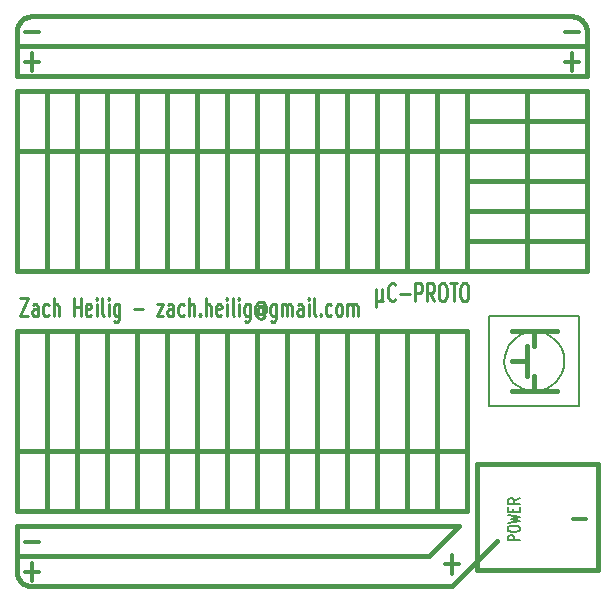
<source format=gto>
G04 (created by PCBNEW-RS274X (2011-11-27 BZR 3249)-stable) date 1/26/2012 8:48:17 PM*
G01*
G70*
G90*
%MOIN*%
G04 Gerber Fmt 3.4, Leading zero omitted, Abs format*
%FSLAX34Y34*%
G04 APERTURE LIST*
%ADD10C,0.006000*%
%ADD11C,0.015000*%
%ADD12C,0.012000*%
%ADD13C,0.010000*%
%ADD14C,0.005000*%
G04 APERTURE END LIST*
G54D10*
G54D11*
X46000Y-33000D02*
X65000Y-33000D01*
X65000Y-34000D02*
X61000Y-34000D01*
X46000Y-35000D02*
X65000Y-35000D01*
X65000Y-36000D02*
X61000Y-36000D01*
X65000Y-37000D02*
X61000Y-37000D01*
X65000Y-38000D02*
X61000Y-38000D01*
X46000Y-39000D02*
X65000Y-39000D01*
X63000Y-42000D02*
X62500Y-42000D01*
X63000Y-41500D02*
X63000Y-42500D01*
X63250Y-43000D02*
X63250Y-42500D01*
X63250Y-41000D02*
X63250Y-41500D01*
X62500Y-41000D02*
X64000Y-41000D01*
X62500Y-43000D02*
X64000Y-43000D01*
X46500Y-49500D02*
X60500Y-49500D01*
X62000Y-48000D02*
X60500Y-49500D01*
X46000Y-47500D02*
X60750Y-47500D01*
X59750Y-48500D02*
X60750Y-47500D01*
X46000Y-48500D02*
X59750Y-48500D01*
X58000Y-47000D02*
X58000Y-41000D01*
X59000Y-41000D02*
X59000Y-47000D01*
X60000Y-47000D02*
X60000Y-41000D01*
X57000Y-41000D02*
X57000Y-47000D01*
X56000Y-47000D02*
X56000Y-41000D01*
X55000Y-41000D02*
X55000Y-47000D01*
X54000Y-47000D02*
X54000Y-41000D01*
X53000Y-41000D02*
X53000Y-47000D01*
X52000Y-47000D02*
X52000Y-41000D01*
X51000Y-41000D02*
X51000Y-47000D01*
X50000Y-41000D02*
X50000Y-47000D01*
X49000Y-47000D02*
X49000Y-41000D01*
X48000Y-41000D02*
X48000Y-47000D01*
X47000Y-47000D02*
X47000Y-41000D01*
X47000Y-33000D02*
X47000Y-39000D01*
X48000Y-39000D02*
X48000Y-33000D01*
X49000Y-33000D02*
X49000Y-39000D01*
X50000Y-39000D02*
X50000Y-33000D01*
X51000Y-33000D02*
X51000Y-39000D01*
X52000Y-39000D02*
X52000Y-33000D01*
X53000Y-33000D02*
X53000Y-39000D01*
X54000Y-39000D02*
X54000Y-33000D01*
X55000Y-33000D02*
X55000Y-39000D01*
X56000Y-39000D02*
X56000Y-33000D01*
X46000Y-45000D02*
X61000Y-45000D01*
X46000Y-41000D02*
X46000Y-47000D01*
X61000Y-41000D02*
X46000Y-41000D01*
X61000Y-47000D02*
X61000Y-41000D01*
X46000Y-47000D02*
X61000Y-47000D01*
X46000Y-47500D02*
X46000Y-49000D01*
X65000Y-33000D02*
X65000Y-39000D01*
X63000Y-39000D02*
X63000Y-33000D01*
X57000Y-39000D02*
X57000Y-33000D01*
X58000Y-33000D02*
X58000Y-39000D01*
X59000Y-39000D02*
X59000Y-33000D01*
X60000Y-33000D02*
X60000Y-39000D01*
X61000Y-39000D02*
X61000Y-33000D01*
X46000Y-33000D02*
X46000Y-39000D01*
X65000Y-31500D02*
X46000Y-31500D01*
X65000Y-32500D02*
X65000Y-31000D01*
X46000Y-32500D02*
X65000Y-32500D01*
X46000Y-32500D02*
X46000Y-31000D01*
X64500Y-30500D02*
X46500Y-30500D01*
X46500Y-30500D02*
X46457Y-30502D01*
X46414Y-30508D01*
X46371Y-30518D01*
X46329Y-30531D01*
X46289Y-30547D01*
X46251Y-30567D01*
X46214Y-30591D01*
X46179Y-30617D01*
X46147Y-30647D01*
X46117Y-30679D01*
X46091Y-30714D01*
X46067Y-30751D01*
X46047Y-30789D01*
X46031Y-30829D01*
X46018Y-30871D01*
X46008Y-30914D01*
X46002Y-30957D01*
X46000Y-31000D01*
X46000Y-49000D02*
X46002Y-49043D01*
X46008Y-49086D01*
X46018Y-49129D01*
X46031Y-49171D01*
X46047Y-49211D01*
X46067Y-49249D01*
X46091Y-49286D01*
X46117Y-49321D01*
X46147Y-49353D01*
X46179Y-49383D01*
X46214Y-49409D01*
X46251Y-49433D01*
X46289Y-49453D01*
X46329Y-49469D01*
X46371Y-49482D01*
X46414Y-49492D01*
X46457Y-49498D01*
X46500Y-49500D01*
X65000Y-31000D02*
X64998Y-30957D01*
X64992Y-30914D01*
X64982Y-30871D01*
X64969Y-30829D01*
X64953Y-30789D01*
X64933Y-30751D01*
X64909Y-30714D01*
X64883Y-30679D01*
X64853Y-30647D01*
X64821Y-30617D01*
X64786Y-30591D01*
X64750Y-30567D01*
X64711Y-30547D01*
X64671Y-30531D01*
X64629Y-30518D01*
X64586Y-30508D01*
X64543Y-30502D01*
X64500Y-30500D01*
G54D12*
X46272Y-48019D02*
X46729Y-48019D01*
X64522Y-47269D02*
X64979Y-47269D01*
X64272Y-31019D02*
X64729Y-31019D01*
X46272Y-31019D02*
X46729Y-31019D01*
X46272Y-32019D02*
X46729Y-32019D01*
X46500Y-32324D02*
X46500Y-31714D01*
X46272Y-49019D02*
X46729Y-49019D01*
X46500Y-49324D02*
X46500Y-48714D01*
X60272Y-48769D02*
X60729Y-48769D01*
X60500Y-49074D02*
X60500Y-48464D01*
X64272Y-32019D02*
X64729Y-32019D01*
X64500Y-32324D02*
X64500Y-31714D01*
G54D13*
X57967Y-39593D02*
X57967Y-40193D01*
X58158Y-39907D02*
X58177Y-39964D01*
X58215Y-39993D01*
X57967Y-39907D02*
X57986Y-39964D01*
X58024Y-39993D01*
X58101Y-39993D01*
X58139Y-39964D01*
X58158Y-39907D01*
X58158Y-39593D01*
X58615Y-39936D02*
X58596Y-39964D01*
X58539Y-39993D01*
X58501Y-39993D01*
X58443Y-39964D01*
X58405Y-39907D01*
X58386Y-39850D01*
X58367Y-39736D01*
X58367Y-39650D01*
X58386Y-39536D01*
X58405Y-39479D01*
X58443Y-39421D01*
X58501Y-39393D01*
X58539Y-39393D01*
X58596Y-39421D01*
X58615Y-39450D01*
X58786Y-39764D02*
X59091Y-39764D01*
X59281Y-39993D02*
X59281Y-39393D01*
X59434Y-39393D01*
X59472Y-39421D01*
X59491Y-39450D01*
X59510Y-39507D01*
X59510Y-39593D01*
X59491Y-39650D01*
X59472Y-39679D01*
X59434Y-39707D01*
X59281Y-39707D01*
X59910Y-39993D02*
X59776Y-39707D01*
X59681Y-39993D02*
X59681Y-39393D01*
X59834Y-39393D01*
X59872Y-39421D01*
X59891Y-39450D01*
X59910Y-39507D01*
X59910Y-39593D01*
X59891Y-39650D01*
X59872Y-39679D01*
X59834Y-39707D01*
X59681Y-39707D01*
X60157Y-39393D02*
X60234Y-39393D01*
X60272Y-39421D01*
X60310Y-39479D01*
X60329Y-39593D01*
X60329Y-39793D01*
X60310Y-39907D01*
X60272Y-39964D01*
X60234Y-39993D01*
X60157Y-39993D01*
X60119Y-39964D01*
X60081Y-39907D01*
X60062Y-39793D01*
X60062Y-39593D01*
X60081Y-39479D01*
X60119Y-39421D01*
X60157Y-39393D01*
X60443Y-39393D02*
X60672Y-39393D01*
X60557Y-39993D02*
X60557Y-39393D01*
X60881Y-39393D02*
X60958Y-39393D01*
X60996Y-39421D01*
X61034Y-39479D01*
X61053Y-39593D01*
X61053Y-39793D01*
X61034Y-39907D01*
X60996Y-39964D01*
X60958Y-39993D01*
X60881Y-39993D01*
X60843Y-39964D01*
X60805Y-39907D01*
X60786Y-39793D01*
X60786Y-39593D01*
X60805Y-39479D01*
X60843Y-39421D01*
X60881Y-39393D01*
X46103Y-39893D02*
X46370Y-39893D01*
X46103Y-40493D01*
X46370Y-40493D01*
X46694Y-40493D02*
X46694Y-40179D01*
X46675Y-40121D01*
X46637Y-40093D01*
X46560Y-40093D01*
X46522Y-40121D01*
X46694Y-40464D02*
X46656Y-40493D01*
X46560Y-40493D01*
X46522Y-40464D01*
X46503Y-40407D01*
X46503Y-40350D01*
X46522Y-40293D01*
X46560Y-40264D01*
X46656Y-40264D01*
X46694Y-40236D01*
X47056Y-40464D02*
X47018Y-40493D01*
X46941Y-40493D01*
X46903Y-40464D01*
X46884Y-40436D01*
X46865Y-40379D01*
X46865Y-40207D01*
X46884Y-40150D01*
X46903Y-40121D01*
X46941Y-40093D01*
X47018Y-40093D01*
X47056Y-40121D01*
X47227Y-40493D02*
X47227Y-39893D01*
X47399Y-40493D02*
X47399Y-40179D01*
X47380Y-40121D01*
X47342Y-40093D01*
X47284Y-40093D01*
X47246Y-40121D01*
X47227Y-40150D01*
X47894Y-40493D02*
X47894Y-39893D01*
X47894Y-40179D02*
X48123Y-40179D01*
X48123Y-40493D02*
X48123Y-39893D01*
X48466Y-40464D02*
X48428Y-40493D01*
X48351Y-40493D01*
X48313Y-40464D01*
X48294Y-40407D01*
X48294Y-40179D01*
X48313Y-40121D01*
X48351Y-40093D01*
X48428Y-40093D01*
X48466Y-40121D01*
X48485Y-40179D01*
X48485Y-40236D01*
X48294Y-40293D01*
X48656Y-40493D02*
X48656Y-40093D01*
X48656Y-39893D02*
X48637Y-39921D01*
X48656Y-39950D01*
X48675Y-39921D01*
X48656Y-39893D01*
X48656Y-39950D01*
X48903Y-40493D02*
X48865Y-40464D01*
X48846Y-40407D01*
X48846Y-39893D01*
X49056Y-40493D02*
X49056Y-40093D01*
X49056Y-39893D02*
X49037Y-39921D01*
X49056Y-39950D01*
X49075Y-39921D01*
X49056Y-39893D01*
X49056Y-39950D01*
X49418Y-40093D02*
X49418Y-40579D01*
X49399Y-40636D01*
X49380Y-40664D01*
X49341Y-40693D01*
X49284Y-40693D01*
X49246Y-40664D01*
X49418Y-40464D02*
X49380Y-40493D01*
X49303Y-40493D01*
X49265Y-40464D01*
X49246Y-40436D01*
X49227Y-40379D01*
X49227Y-40207D01*
X49246Y-40150D01*
X49265Y-40121D01*
X49303Y-40093D01*
X49380Y-40093D01*
X49418Y-40121D01*
X49913Y-40264D02*
X50218Y-40264D01*
X50675Y-40093D02*
X50885Y-40093D01*
X50675Y-40493D01*
X50885Y-40493D01*
X51209Y-40493D02*
X51209Y-40179D01*
X51190Y-40121D01*
X51152Y-40093D01*
X51075Y-40093D01*
X51037Y-40121D01*
X51209Y-40464D02*
X51171Y-40493D01*
X51075Y-40493D01*
X51037Y-40464D01*
X51018Y-40407D01*
X51018Y-40350D01*
X51037Y-40293D01*
X51075Y-40264D01*
X51171Y-40264D01*
X51209Y-40236D01*
X51571Y-40464D02*
X51533Y-40493D01*
X51456Y-40493D01*
X51418Y-40464D01*
X51399Y-40436D01*
X51380Y-40379D01*
X51380Y-40207D01*
X51399Y-40150D01*
X51418Y-40121D01*
X51456Y-40093D01*
X51533Y-40093D01*
X51571Y-40121D01*
X51742Y-40493D02*
X51742Y-39893D01*
X51914Y-40493D02*
X51914Y-40179D01*
X51895Y-40121D01*
X51857Y-40093D01*
X51799Y-40093D01*
X51761Y-40121D01*
X51742Y-40150D01*
X52104Y-40436D02*
X52123Y-40464D01*
X52104Y-40493D01*
X52085Y-40464D01*
X52104Y-40436D01*
X52104Y-40493D01*
X52294Y-40493D02*
X52294Y-39893D01*
X52466Y-40493D02*
X52466Y-40179D01*
X52447Y-40121D01*
X52409Y-40093D01*
X52351Y-40093D01*
X52313Y-40121D01*
X52294Y-40150D01*
X52809Y-40464D02*
X52771Y-40493D01*
X52694Y-40493D01*
X52656Y-40464D01*
X52637Y-40407D01*
X52637Y-40179D01*
X52656Y-40121D01*
X52694Y-40093D01*
X52771Y-40093D01*
X52809Y-40121D01*
X52828Y-40179D01*
X52828Y-40236D01*
X52637Y-40293D01*
X52999Y-40493D02*
X52999Y-40093D01*
X52999Y-39893D02*
X52980Y-39921D01*
X52999Y-39950D01*
X53018Y-39921D01*
X52999Y-39893D01*
X52999Y-39950D01*
X53246Y-40493D02*
X53208Y-40464D01*
X53189Y-40407D01*
X53189Y-39893D01*
X53399Y-40493D02*
X53399Y-40093D01*
X53399Y-39893D02*
X53380Y-39921D01*
X53399Y-39950D01*
X53418Y-39921D01*
X53399Y-39893D01*
X53399Y-39950D01*
X53761Y-40093D02*
X53761Y-40579D01*
X53742Y-40636D01*
X53723Y-40664D01*
X53684Y-40693D01*
X53627Y-40693D01*
X53589Y-40664D01*
X53761Y-40464D02*
X53723Y-40493D01*
X53646Y-40493D01*
X53608Y-40464D01*
X53589Y-40436D01*
X53570Y-40379D01*
X53570Y-40207D01*
X53589Y-40150D01*
X53608Y-40121D01*
X53646Y-40093D01*
X53723Y-40093D01*
X53761Y-40121D01*
X54199Y-40207D02*
X54180Y-40179D01*
X54142Y-40150D01*
X54104Y-40150D01*
X54066Y-40179D01*
X54046Y-40207D01*
X54027Y-40264D01*
X54027Y-40321D01*
X54046Y-40379D01*
X54066Y-40407D01*
X54104Y-40436D01*
X54142Y-40436D01*
X54180Y-40407D01*
X54199Y-40379D01*
X54199Y-40150D02*
X54199Y-40379D01*
X54218Y-40407D01*
X54237Y-40407D01*
X54275Y-40379D01*
X54294Y-40321D01*
X54294Y-40179D01*
X54256Y-40093D01*
X54199Y-40036D01*
X54123Y-40007D01*
X54046Y-40036D01*
X53989Y-40093D01*
X53951Y-40179D01*
X53932Y-40293D01*
X53951Y-40407D01*
X53989Y-40493D01*
X54046Y-40550D01*
X54123Y-40579D01*
X54199Y-40550D01*
X54256Y-40493D01*
X54637Y-40093D02*
X54637Y-40579D01*
X54618Y-40636D01*
X54599Y-40664D01*
X54560Y-40693D01*
X54503Y-40693D01*
X54465Y-40664D01*
X54637Y-40464D02*
X54599Y-40493D01*
X54522Y-40493D01*
X54484Y-40464D01*
X54465Y-40436D01*
X54446Y-40379D01*
X54446Y-40207D01*
X54465Y-40150D01*
X54484Y-40121D01*
X54522Y-40093D01*
X54599Y-40093D01*
X54637Y-40121D01*
X54827Y-40493D02*
X54827Y-40093D01*
X54827Y-40150D02*
X54846Y-40121D01*
X54884Y-40093D01*
X54942Y-40093D01*
X54980Y-40121D01*
X54999Y-40179D01*
X54999Y-40493D01*
X54999Y-40179D02*
X55018Y-40121D01*
X55056Y-40093D01*
X55113Y-40093D01*
X55151Y-40121D01*
X55170Y-40179D01*
X55170Y-40493D01*
X55532Y-40493D02*
X55532Y-40179D01*
X55513Y-40121D01*
X55475Y-40093D01*
X55398Y-40093D01*
X55360Y-40121D01*
X55532Y-40464D02*
X55494Y-40493D01*
X55398Y-40493D01*
X55360Y-40464D01*
X55341Y-40407D01*
X55341Y-40350D01*
X55360Y-40293D01*
X55398Y-40264D01*
X55494Y-40264D01*
X55532Y-40236D01*
X55722Y-40493D02*
X55722Y-40093D01*
X55722Y-39893D02*
X55703Y-39921D01*
X55722Y-39950D01*
X55741Y-39921D01*
X55722Y-39893D01*
X55722Y-39950D01*
X55969Y-40493D02*
X55931Y-40464D01*
X55912Y-40407D01*
X55912Y-39893D01*
X56122Y-40436D02*
X56141Y-40464D01*
X56122Y-40493D01*
X56103Y-40464D01*
X56122Y-40436D01*
X56122Y-40493D01*
X56484Y-40464D02*
X56446Y-40493D01*
X56369Y-40493D01*
X56331Y-40464D01*
X56312Y-40436D01*
X56293Y-40379D01*
X56293Y-40207D01*
X56312Y-40150D01*
X56331Y-40121D01*
X56369Y-40093D01*
X56446Y-40093D01*
X56484Y-40121D01*
X56712Y-40493D02*
X56674Y-40464D01*
X56655Y-40436D01*
X56636Y-40379D01*
X56636Y-40207D01*
X56655Y-40150D01*
X56674Y-40121D01*
X56712Y-40093D01*
X56770Y-40093D01*
X56808Y-40121D01*
X56827Y-40150D01*
X56846Y-40207D01*
X56846Y-40379D01*
X56827Y-40436D01*
X56808Y-40464D01*
X56770Y-40493D01*
X56712Y-40493D01*
X57017Y-40493D02*
X57017Y-40093D01*
X57017Y-40150D02*
X57036Y-40121D01*
X57074Y-40093D01*
X57132Y-40093D01*
X57170Y-40121D01*
X57189Y-40179D01*
X57189Y-40493D01*
X57189Y-40179D02*
X57208Y-40121D01*
X57246Y-40093D01*
X57303Y-40093D01*
X57341Y-40121D01*
X57360Y-40179D01*
X57360Y-40493D01*
G54D14*
X64250Y-42000D02*
X64230Y-42194D01*
X64174Y-42381D01*
X64082Y-42553D01*
X63959Y-42704D01*
X63809Y-42829D01*
X63637Y-42921D01*
X63451Y-42979D01*
X63256Y-42999D01*
X63063Y-42982D01*
X62876Y-42927D01*
X62703Y-42836D01*
X62551Y-42714D01*
X62425Y-42564D01*
X62331Y-42393D01*
X62272Y-42207D01*
X62251Y-42013D01*
X62267Y-41820D01*
X62321Y-41632D01*
X62410Y-41459D01*
X62531Y-41306D01*
X62680Y-41179D01*
X62850Y-41084D01*
X63036Y-41024D01*
X63230Y-41001D01*
X63423Y-41016D01*
X63611Y-41068D01*
X63785Y-41156D01*
X63939Y-41276D01*
X64067Y-41424D01*
X64163Y-41594D01*
X64225Y-41779D01*
X64249Y-41973D01*
X64250Y-42000D01*
X64750Y-43500D02*
X61750Y-43500D01*
X61750Y-43500D02*
X61750Y-40500D01*
X61750Y-40500D02*
X64750Y-40500D01*
X64750Y-43500D02*
X64750Y-40500D01*
G54D11*
X65354Y-45425D02*
X61338Y-45425D01*
X65354Y-48968D02*
X61338Y-48968D01*
X65354Y-48968D02*
X65354Y-45425D01*
X61338Y-48968D02*
X61338Y-45425D01*
G54D10*
X62760Y-47968D02*
X62360Y-47968D01*
X62360Y-47853D01*
X62379Y-47825D01*
X62398Y-47810D01*
X62436Y-47796D01*
X62493Y-47796D01*
X62531Y-47810D01*
X62550Y-47825D01*
X62569Y-47853D01*
X62569Y-47968D01*
X62360Y-47610D02*
X62360Y-47553D01*
X62379Y-47525D01*
X62417Y-47496D01*
X62493Y-47482D01*
X62627Y-47482D01*
X62703Y-47496D01*
X62741Y-47525D01*
X62760Y-47553D01*
X62760Y-47610D01*
X62741Y-47639D01*
X62703Y-47668D01*
X62627Y-47682D01*
X62493Y-47682D01*
X62417Y-47668D01*
X62379Y-47639D01*
X62360Y-47610D01*
X62360Y-47382D02*
X62760Y-47311D01*
X62474Y-47254D01*
X62760Y-47196D01*
X62360Y-47125D01*
X62550Y-47011D02*
X62550Y-46911D01*
X62760Y-46868D02*
X62760Y-47011D01*
X62360Y-47011D01*
X62360Y-46868D01*
X62760Y-46568D02*
X62569Y-46668D01*
X62760Y-46740D02*
X62360Y-46740D01*
X62360Y-46625D01*
X62379Y-46597D01*
X62398Y-46582D01*
X62436Y-46568D01*
X62493Y-46568D01*
X62531Y-46582D01*
X62550Y-46597D01*
X62569Y-46625D01*
X62569Y-46740D01*
M02*

</source>
